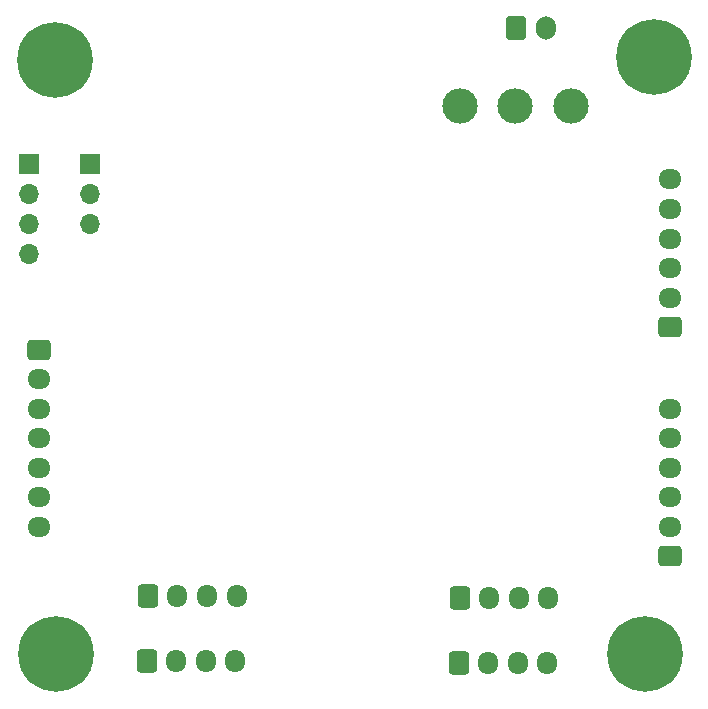
<source format=gbr>
%TF.GenerationSoftware,KiCad,Pcbnew,8.0.5*%
%TF.CreationDate,2024-09-20T22:50:33+02:00*%
%TF.ProjectId,ESE_AL8,4553455f-414c-4382-9e6b-696361645f70,rev?*%
%TF.SameCoordinates,Original*%
%TF.FileFunction,Soldermask,Bot*%
%TF.FilePolarity,Negative*%
%FSLAX46Y46*%
G04 Gerber Fmt 4.6, Leading zero omitted, Abs format (unit mm)*
G04 Created by KiCad (PCBNEW 8.0.5) date 2024-09-20 22:50:33*
%MOMM*%
%LPD*%
G01*
G04 APERTURE LIST*
G04 Aperture macros list*
%AMRoundRect*
0 Rectangle with rounded corners*
0 $1 Rounding radius*
0 $2 $3 $4 $5 $6 $7 $8 $9 X,Y pos of 4 corners*
0 Add a 4 corners polygon primitive as box body*
4,1,4,$2,$3,$4,$5,$6,$7,$8,$9,$2,$3,0*
0 Add four circle primitives for the rounded corners*
1,1,$1+$1,$2,$3*
1,1,$1+$1,$4,$5*
1,1,$1+$1,$6,$7*
1,1,$1+$1,$8,$9*
0 Add four rect primitives between the rounded corners*
20,1,$1+$1,$2,$3,$4,$5,0*
20,1,$1+$1,$4,$5,$6,$7,0*
20,1,$1+$1,$6,$7,$8,$9,0*
20,1,$1+$1,$8,$9,$2,$3,0*%
G04 Aperture macros list end*
%ADD10R,1.700000X1.700000*%
%ADD11O,1.700000X1.700000*%
%ADD12RoundRect,0.250000X0.725000X-0.600000X0.725000X0.600000X-0.725000X0.600000X-0.725000X-0.600000X0*%
%ADD13O,1.950000X1.700000*%
%ADD14C,0.800000*%
%ADD15C,6.400000*%
%ADD16RoundRect,0.250000X-0.600000X-0.750000X0.600000X-0.750000X0.600000X0.750000X-0.600000X0.750000X0*%
%ADD17O,1.700000X2.000000*%
%ADD18RoundRect,0.250000X-0.725000X0.600000X-0.725000X-0.600000X0.725000X-0.600000X0.725000X0.600000X0*%
%ADD19RoundRect,0.250000X-0.600000X-0.725000X0.600000X-0.725000X0.600000X0.725000X-0.600000X0.725000X0*%
%ADD20O,1.700000X1.950000*%
%ADD21O,3.000000X3.000000*%
G04 APERTURE END LIST*
D10*
%TO.C,J102*%
X142400000Y-73800000D03*
D11*
X142400000Y-76340000D03*
X142400000Y-78880000D03*
X142400000Y-81420000D03*
%TD*%
D10*
%TO.C,J101*%
X147600000Y-73800000D03*
D11*
X147600000Y-76340000D03*
X147600000Y-78880000D03*
%TD*%
D12*
%TO.C,J202*%
X196700000Y-87600000D03*
D13*
X196700000Y-85100000D03*
X196700000Y-82600000D03*
X196700000Y-80100000D03*
X196700000Y-77600000D03*
X196700000Y-75100000D03*
%TD*%
D14*
%TO.C,H104*%
X192200000Y-115302900D03*
X192902944Y-113605844D03*
X192902944Y-116999956D03*
X194600000Y-112902900D03*
D15*
X194600000Y-115302900D03*
D14*
X194600000Y-117702900D03*
X196297056Y-113605844D03*
X196297056Y-116999956D03*
X197000000Y-115302900D03*
%TD*%
D16*
%TO.C,J301*%
X183700000Y-62300000D03*
D17*
X186200000Y-62300000D03*
%TD*%
D18*
%TO.C,J204*%
X143300000Y-89500000D03*
D13*
X143300000Y-92000000D03*
X143300000Y-94500000D03*
X143300000Y-97000000D03*
X143300000Y-99500000D03*
X143300000Y-102000000D03*
X143300000Y-104500000D03*
%TD*%
D14*
%TO.C,H102*%
X192902900Y-64697100D03*
X193605844Y-63000044D03*
X193605844Y-66394156D03*
X195302900Y-62297100D03*
D15*
X195302900Y-64697100D03*
D14*
X195302900Y-67097100D03*
X196999956Y-63000044D03*
X196999956Y-66394156D03*
X197702900Y-64697100D03*
%TD*%
D12*
%TO.C,J203*%
X196700000Y-107000000D03*
D13*
X196700000Y-104500000D03*
X196700000Y-102000000D03*
X196700000Y-99500000D03*
X196700000Y-97000000D03*
X196700000Y-94500000D03*
%TD*%
D14*
%TO.C,H101*%
X142200000Y-65000000D03*
X142902944Y-63302944D03*
X142902944Y-66697056D03*
X144600000Y-62600000D03*
D15*
X144600000Y-65000000D03*
D14*
X144600000Y-67400000D03*
X146297056Y-63302944D03*
X146297056Y-66697056D03*
X147000000Y-65000000D03*
%TD*%
%TO.C,H103*%
X142297100Y-115302900D03*
X143000044Y-113605844D03*
X143000044Y-116999956D03*
X144697100Y-112902900D03*
D15*
X144697100Y-115302900D03*
D14*
X144697100Y-117702900D03*
X146394156Y-113605844D03*
X146394156Y-116999956D03*
X147097100Y-115302900D03*
%TD*%
D19*
%TO.C,J206*%
X178900000Y-110500000D03*
D20*
X181400000Y-110500000D03*
X183900000Y-110500000D03*
X186400000Y-110500000D03*
%TD*%
D19*
%TO.C,J205*%
X152500000Y-110400000D03*
D20*
X155000000Y-110400000D03*
X157500000Y-110400000D03*
X160000000Y-110400000D03*
%TD*%
D19*
%TO.C,J208*%
X178800000Y-116000000D03*
D20*
X181300000Y-116000000D03*
X183800000Y-116000000D03*
X186300000Y-116000000D03*
%TD*%
D19*
%TO.C,J207*%
X152400000Y-115900000D03*
D20*
X154900000Y-115900000D03*
X157400000Y-115900000D03*
X159900000Y-115900000D03*
%TD*%
D21*
%TO.C,SW301*%
X178900000Y-68900000D03*
X183600000Y-68900000D03*
X188300000Y-68900000D03*
%TD*%
M02*

</source>
